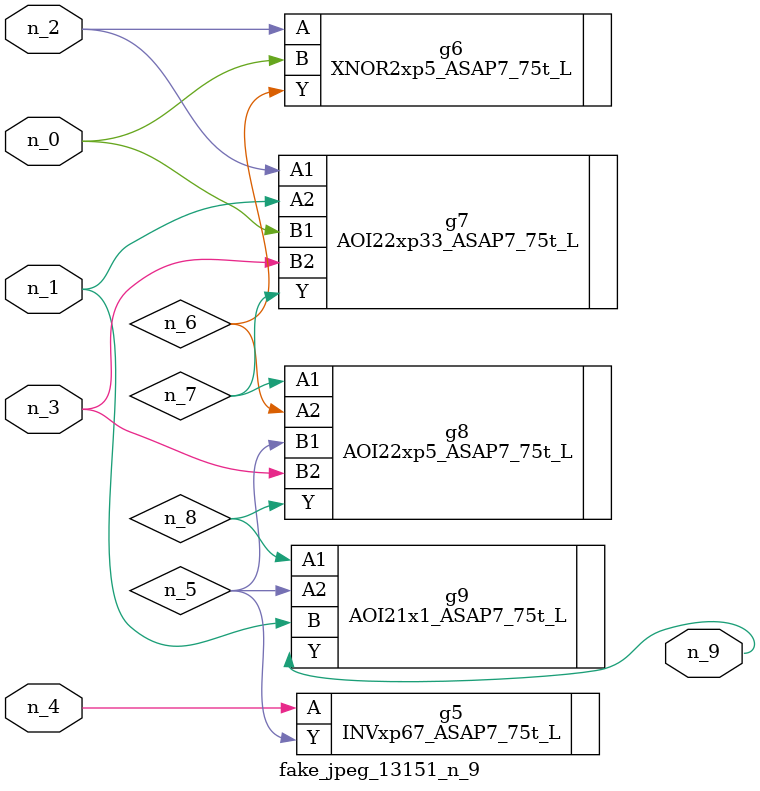
<source format=v>
module fake_jpeg_13151_n_9 (n_3, n_2, n_1, n_0, n_4, n_9);

input n_3;
input n_2;
input n_1;
input n_0;
input n_4;

output n_9;

wire n_8;
wire n_6;
wire n_5;
wire n_7;

INVxp67_ASAP7_75t_L g5 ( 
.A(n_4),
.Y(n_5)
);

XNOR2xp5_ASAP7_75t_L g6 ( 
.A(n_2),
.B(n_0),
.Y(n_6)
);

AOI22xp33_ASAP7_75t_L g7 ( 
.A1(n_2),
.A2(n_1),
.B1(n_0),
.B2(n_3),
.Y(n_7)
);

AOI22xp5_ASAP7_75t_L g8 ( 
.A1(n_7),
.A2(n_6),
.B1(n_5),
.B2(n_3),
.Y(n_8)
);

AOI21x1_ASAP7_75t_L g9 ( 
.A1(n_8),
.A2(n_5),
.B(n_1),
.Y(n_9)
);


endmodule
</source>
